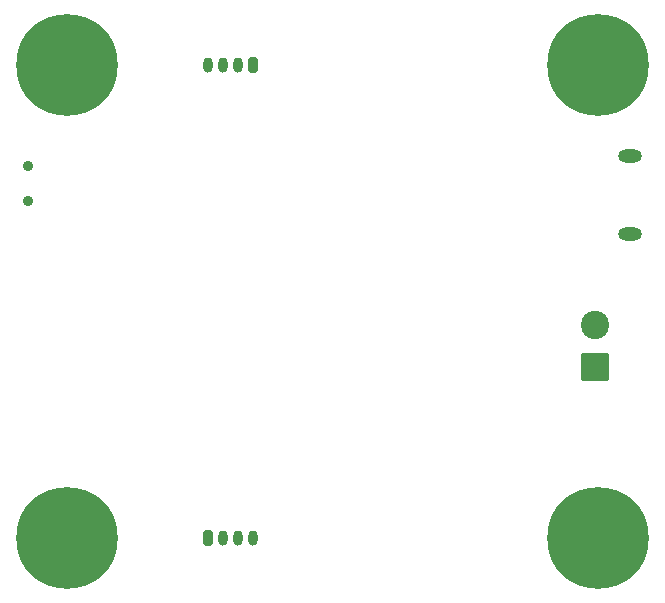
<source format=gbs>
%TF.GenerationSoftware,KiCad,Pcbnew,9.0.1*%
%TF.CreationDate,2025-04-24T11:34:15-03:00*%
%TF.ProjectId,STM32_USB_Buck_Converter,53544d33-325f-4555-9342-5f4275636b5f,rev?*%
%TF.SameCoordinates,Original*%
%TF.FileFunction,Soldermask,Bot*%
%TF.FilePolarity,Negative*%
%FSLAX46Y46*%
G04 Gerber Fmt 4.6, Leading zero omitted, Abs format (unit mm)*
G04 Created by KiCad (PCBNEW 9.0.1) date 2025-04-24 11:34:15*
%MOMM*%
%LPD*%
G01*
G04 APERTURE LIST*
G04 Aperture macros list*
%AMRoundRect*
0 Rectangle with rounded corners*
0 $1 Rounding radius*
0 $2 $3 $4 $5 $6 $7 $8 $9 X,Y pos of 4 corners*
0 Add a 4 corners polygon primitive as box body*
4,1,4,$2,$3,$4,$5,$6,$7,$8,$9,$2,$3,0*
0 Add four circle primitives for the rounded corners*
1,1,$1+$1,$2,$3*
1,1,$1+$1,$4,$5*
1,1,$1+$1,$6,$7*
1,1,$1+$1,$8,$9*
0 Add four rect primitives between the rounded corners*
20,1,$1+$1,$2,$3,$4,$5,0*
20,1,$1+$1,$4,$5,$6,$7,0*
20,1,$1+$1,$6,$7,$8,$9,0*
20,1,$1+$1,$8,$9,$2,$3,0*%
G04 Aperture macros list end*
%ADD10C,0.900000*%
%ADD11O,2.004000X1.104000*%
%ADD12RoundRect,0.200000X-0.200000X-0.450000X0.200000X-0.450000X0.200000X0.450000X-0.200000X0.450000X0*%
%ADD13O,0.800000X1.300000*%
%ADD14C,8.600000*%
%ADD15RoundRect,0.250001X0.949999X-0.949999X0.949999X0.949999X-0.949999X0.949999X-0.949999X-0.949999X0*%
%ADD16C,2.400000*%
%ADD17RoundRect,0.200000X0.200000X0.450000X-0.200000X0.450000X-0.200000X-0.450000X0.200000X-0.450000X0*%
G04 APERTURE END LIST*
D10*
%TO.C,SW1*%
X107490000Y-88000000D03*
X107490000Y-85000000D03*
%TD*%
D11*
%TO.C,J5*%
X158450000Y-90770000D03*
X158450000Y-84170000D03*
%TD*%
D12*
%TO.C,J4*%
X122750000Y-116500000D03*
D13*
X124000000Y-116500000D03*
X125250000Y-116500000D03*
X126500000Y-116500000D03*
%TD*%
D10*
%TO.C,H3*%
X113975000Y-76500000D03*
X113030419Y-78780419D03*
X113030419Y-74219581D03*
X110750000Y-79725000D03*
D14*
X110750000Y-76500000D03*
D10*
X110750000Y-73275000D03*
X108469581Y-78780419D03*
X108469581Y-74219581D03*
X107525000Y-76500000D03*
%TD*%
%TO.C,H1*%
X158975000Y-76500000D03*
X158030419Y-78780419D03*
X158030419Y-74219581D03*
X155750000Y-79725000D03*
D14*
X155750000Y-76500000D03*
D10*
X155750000Y-73275000D03*
X153469581Y-78780419D03*
X153469581Y-74219581D03*
X152525000Y-76500000D03*
%TD*%
%TO.C,H2*%
X158975000Y-116500000D03*
X158030419Y-118780419D03*
X158030419Y-114219581D03*
X155750000Y-119725000D03*
D14*
X155750000Y-116500000D03*
D10*
X155750000Y-113275000D03*
X153469581Y-118780419D03*
X153469581Y-114219581D03*
X152525000Y-116500000D03*
%TD*%
D15*
%TO.C,J1*%
X155500000Y-102000000D03*
D16*
X155500000Y-98500000D03*
%TD*%
D13*
%TO.C,J3*%
X122750000Y-76500000D03*
X124000000Y-76500000D03*
X125250000Y-76500000D03*
D17*
X126500000Y-76500000D03*
%TD*%
D10*
%TO.C,H4*%
X107525000Y-116500000D03*
X108469581Y-114219581D03*
X108469581Y-118780419D03*
X110750000Y-113275000D03*
D14*
X110750000Y-116500000D03*
D10*
X110750000Y-119725000D03*
X113030419Y-114219581D03*
X113030419Y-118780419D03*
X113975000Y-116500000D03*
%TD*%
M02*

</source>
